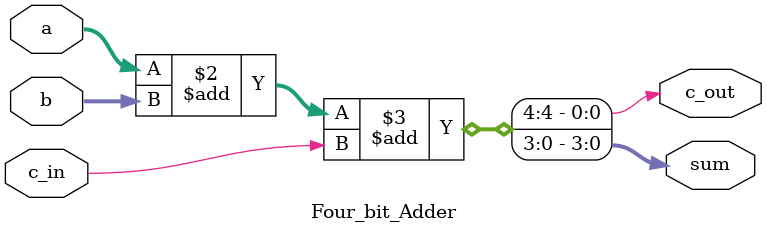
<source format=v>
`timescale 1ns / 1ps

//module Four_bit_Adder(
//input [3:0] A,
//input [3:0] B,
//output reg [3:0] Sum,
//output reg OV,
//output reg OV_U
//);

//always @(*) begin
    
//    Sum = A + B;

//    OV = (A[3] & B[3] & ~Sum[3]) | (~A[3] & ~B[3] & Sum[3]);

//    OV_U = A[3] & B[3] & ~Sum[3];
//end
//endmodule

module Four_bit_Adder (  
input [N-1:0] a,  
input [N-1:0] b,  
input c_in,  
output reg c_out,  
output reg [N-1:0] sum
);  
 
parameter N = 4; 
always @ (a or b or c_in) begin  
    {c_out, sum} = a + b + c_in;  
  end  
endmodule

</source>
